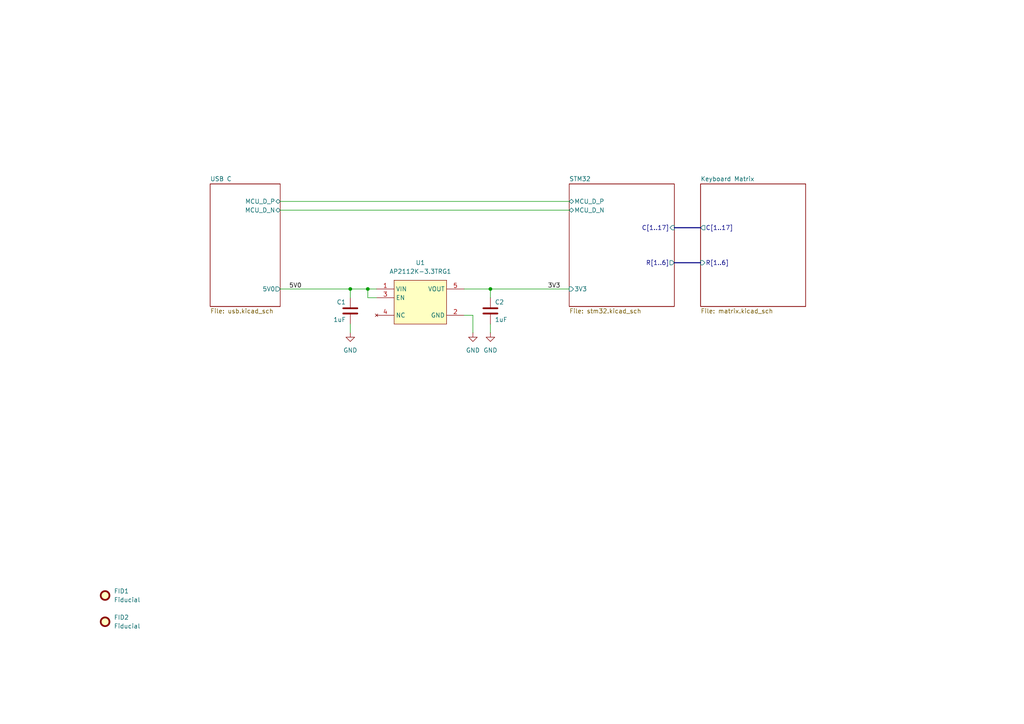
<source format=kicad_sch>
(kicad_sch (version 20250114) (generator "eeschema") (generator_version "9.0")
  (paper "A4")
  (lib_symbols
    (symbol "Device:C" (pin_numbers (hide yes)) (pin_names (offset 0.254))
      (property "Reference" "C" (at 0.635 2.54 0))
      (property "Value" "C" (at 0.635 -2.54 0))
      (symbol "C_0_1"
        (polyline (pts (xy -2.032 0.762) (xy 2.032 0.762)) (stroke (width 0.508)))
        (polyline (pts (xy -2.032 -0.762) (xy 2.032 -0.762)) (stroke (width 0.508)))
      )
      (symbol "C_1_1"
        (pin passive line (at 0 3.81 270) (length 2.794) (name "~") (number "1"))
        (pin passive line (at 0 -3.81 90) (length 2.794) (name "~") (number "2"))
      )
    )
    (symbol "Mechanical:Fiducial" (in_bom no)
      (property "Reference" "FID" (at 0 5.08 0))
      (property "Value" "Fiducial" (at 0 3.175 0))
      (symbol "Fiducial_0_1"
        (circle (center 0 0) (radius 1.27) (stroke (width 0.508)) (fill (type background)))
      )
    )
    (symbol "library:AP2112K-3.3TRG1"
      (property "Reference" "U" (at 0 10.16 0))
      (property "Value" "AP2112K-3.3TRG1" (at 0 7.62 0))
      (symbol "AP2112K-3.3TRG1_1_1"
        (rectangle (start -7.62 5.08) (end 7.62 -7.62) (fill (type color) (color 255 255 194 1)))
        (pin power_in line (at -12.7 2.54 0) (length 5.08) (name "VIN") (number "1"))
        (pin input line (at -12.7 0 0) (length 5.08) (name "EN") (number "3"))
        (pin no_connect line (at -12.7 -5.08 0) (length 5.08) (name "NC") (number "4"))
        (pin power_out line (at 12.7 2.54 180) (length 5.08) (name "VOUT") (number "5"))
        (pin power_in line (at 12.7 -5.08 180) (length 5.08) (name "GND") (number "2"))
      )
    )
    (symbol "power:GND" (power) (pin_numbers (hide yes)) (pin_names (offset 0) (hide yes))
      (property "Value" "GND" (at 0 -3.81 0))
      (symbol "GND_0_1"
        (polyline (pts (xy 0 0) (xy 0 -1.27) (xy 1.27 -1.27) (xy 0 -2.54) (xy -1.27 -1.27) (xy 0 -1.27)))
      )
      (symbol "GND_1_1"
        (pin power_in line (at 0 0 270) (length 0) (name "~") (number "1"))
      )
    )
  )
  (junction (at 142.24 83.82))
  (junction (at 106.68 83.82))
  (junction (at 101.6 83.82))
  (wire (pts (xy 106.68 83.82) (xy 101.6 83.82)))
  (wire (pts (xy 106.68 83.82) (xy 109.22 83.82)))
  (wire (pts (xy 137.16 91.44) (xy 137.16 96.52)))
  (wire (pts (xy 81.28 58.42) (xy 165.1 58.42)))
  (wire (pts (xy 101.6 93.98) (xy 101.6 96.52)))
  (wire (pts (xy 101.6 83.82) (xy 101.6 86.36)))
  (bus (pts (xy 195.58 66.04) (xy 203.2 66.04)))
  (wire (pts (xy 134.62 83.82) (xy 142.24 83.82)))
  (wire (pts (xy 142.24 93.98) (xy 142.24 96.52)))
  (wire (pts (xy 142.24 83.82) (xy 165.1 83.82)))
  (wire (pts (xy 106.68 86.36) (xy 106.68 83.82)))
  (wire (pts (xy 81.28 83.82) (xy 101.6 83.82)))
  (wire (pts (xy 142.24 83.82) (xy 142.24 86.36)))
  (bus (pts (xy 195.58 76.2) (xy 203.2 76.2)))
  (wire (pts (xy 134.62 91.44) (xy 137.16 91.44)))
  (wire (pts (xy 109.22 86.36) (xy 106.68 86.36)))
  (wire (pts (xy 81.28 60.96) (xy 165.1 60.96)))
  (label "5V0" (at 83.82 83.82 0))
  (label "3V3" (at 162.56 83.82 180))
  (symbol (lib_id "Mechanical:Fiducial") (at 30.48 172.72 0) (unit 1) (in_bom no)
    (property "Reference" "FID1" (at 33.02 171.4499 0) (effects (justify left)))
    (property "Value" "Fiducial" (at 33.02 173.9899 0) (effects (justify left)))
    (property "Footprint" "Fiducial:Fiducial_0.75mm_Mask1.5mm" (effects (hide yes)))
    (property "Description" "Fiducial Marker" (effects (hide yes)))
  )
  (symbol (lib_id "library:AP2112K-3.3TRG1") (at 121.92 86.36 0) (unit 1)
    (property "Reference" "U1" (at 121.92 76.2 0))
    (property "Value" "AP2112K-3.3TRG1" (at 121.92 78.74 0))
    (property "Footprint" "Package_TO_SOT_SMD:SOT-23-5" (effects (hide yes)))
    (property "Datasheet" "https://www.diodes.com/assets/Datasheets/AP2112.pdf" (effects (hide yes)))
    (property "Description" "IC REG LINEAR 3.3V 600MA SOT-25" (effects (hide yes)))
    (property "Manufacturer" "Diodes Incorporated" (effects (hide yes)))
    (property "Manufacturer Product Number" "AP2112K-3.3TRG1" (effects (hide yes)))
  )
  (symbol (lib_id "power:GND") (at 137.16 96.52 0) (unit 1)
    (property "Reference" "#PWR02" (effects (hide yes)))
    (property "Value" "GND" (at 137.16 101.6 0))
    (property "Description" "Power symbol creates a global label with name \"GND\" , ground" (effects (hide yes)))
  )
  (symbol (lib_id "Device:C") (at 142.24 90.17 0) (unit 1)
    (property "Reference" "C2" (at 143.51 87.63 0) (effects (justify left)))
    (property "Value" "1uF" (at 143.51 92.71 0) (effects (justify left)))
    (property "Footprint" "Capacitor_SMD:C_0402_1005Metric" (effects (hide yes)))
    (property "Description" "CAP CER 1UF 6.3V X5R 0402" (effects (hide yes)))
    (property "Manufacturer" "KEMET" (effects (hide yes)))
    (property "Manufacturer Product Number" "C0402C105K9PACTU" (effects (hide yes)))
  )
  (symbol (lib_id "power:GND") (at 101.6 96.52 0) (unit 1)
    (property "Reference" "#PWR01" (effects (hide yes)))
    (property "Value" "GND" (at 101.6 101.6 0))
    (property "Description" "Power symbol creates a global label with name \"GND\" , ground" (effects (hide yes)))
  )
  (symbol (lib_id "Device:C") (at 101.6 90.17 0) (mirror y) (unit 1)
    (property "Reference" "C1" (at 100.33 87.63 0) (effects (justify left)))
    (property "Value" "1uF" (at 100.33 92.71 0) (effects (justify left)))
    (property "Footprint" "Capacitor_SMD:C_0402_1005Metric" (effects (hide yes)))
    (property "Description" "CAP CER 1UF 6.3V X5R 0402" (effects (hide yes)))
    (property "Manufacturer" "KEMET" (effects (hide yes)))
    (property "Manufacturer Product Number" "C0402C105K9PACTU" (effects (hide yes)))
  )
  (symbol (lib_id "power:GND") (at 142.24 96.52 0) (unit 1)
    (property "Reference" "#PWR03" (effects (hide yes)))
    (property "Value" "GND" (at 142.24 101.6 0))
    (property "Description" "Power symbol creates a global label with name \"GND\" , ground" (effects (hide yes)))
  )
  (symbol (lib_id "Mechanical:Fiducial") (at 30.48 180.34 0) (unit 1) (in_bom no)
    (property "Reference" "FID2" (at 33.02 179.0699 0) (effects (justify left)))
    (property "Value" "Fiducial" (at 33.02 181.6099 0) (effects (justify left)))
    (property "Footprint" "Fiducial:Fiducial_0.75mm_Mask1.5mm" (effects (hide yes)))
    (property "Description" "Fiducial Marker" (effects (hide yes)))
  )
  (sheet (at 60.96 53.34) (size 20.32 35.56) (stroke (width 0.1524))
    (property "Sheetname" "USB C" (at 60.96 52.6284 0) (effects (justify left bottom)))
    (property "Sheetfile" "usb.kicad_sch" (at 60.96 89.4846 0) (effects (justify left top)))
    (pin "5V0" output (at 81.28 83.82 0))
    (pin "MCU_D_N" bidirectional (at 81.28 60.96 0))
    (pin "MCU_D_P" bidirectional (at 81.28 58.42 0))
  )
  (sheet (at 165.1 53.34) (size 30.48 35.56) (stroke (width 0.1524))
    (property "Sheetname" "STM32" (at 165.1 52.6284 0) (effects (justify left bottom)))
    (property "Sheetfile" "stm32.kicad_sch" (at 165.1 89.4846 0) (effects (justify left top)))
    (pin "3V3" input (at 165.1 83.82 180))
    (pin "MCU_D_N" bidirectional (at 165.1 60.96 180))
    (pin "MCU_D_P" bidirectional (at 165.1 58.42 180))
    (pin "C[1..17]" input (at 195.58 66.04 0))
    (pin "R[1..6]" output (at 195.58 76.2 0))
  )
  (sheet (at 203.2 53.34) (size 30.48 35.56) (stroke (width 0.1524))
    (property "Sheetname" "Keyboard Matrix" (at 203.2 52.6284 0) (effects (justify left bottom)))
    (property "Sheetfile" "matrix.kicad_sch" (at 203.2 89.4846 0) (effects (justify left top)))
    (pin "C[1..17]" output (at 203.2 66.04 180))
    (pin "R[1..6]" input (at 203.2 76.2 180))
  )
)
</source>
